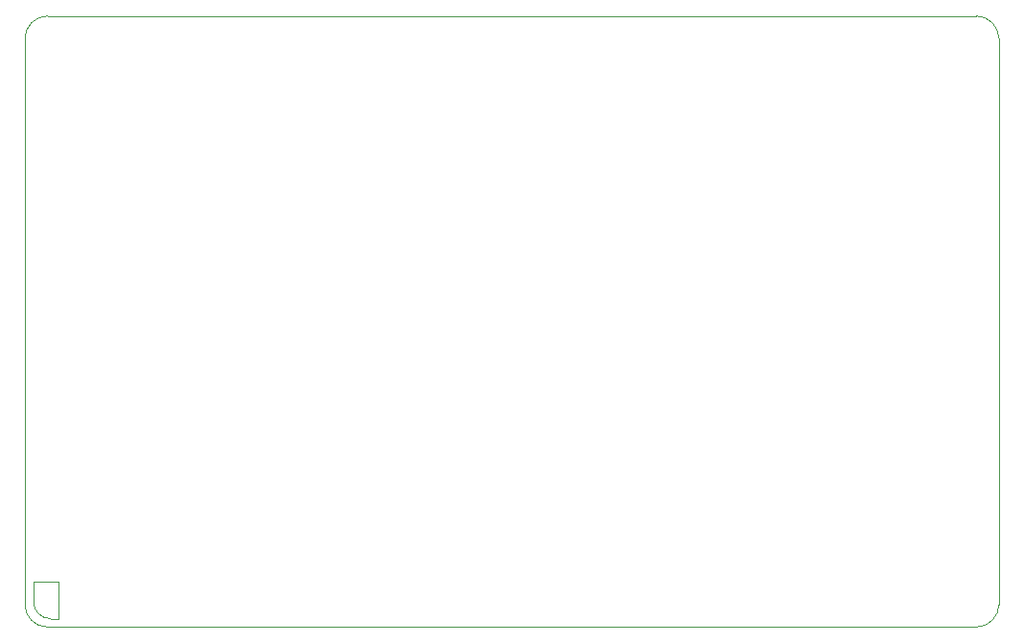
<source format=gm1>
%TF.GenerationSoftware,KiCad,Pcbnew,6.0.9*%
%TF.CreationDate,2022-11-22T21:59:45-08:00*%
%TF.ProjectId,hack_license,6861636b-5f6c-4696-9365-6e73652e6b69,rev?*%
%TF.SameCoordinates,Original*%
%TF.FileFunction,Profile,NP*%
%FSLAX46Y46*%
G04 Gerber Fmt 4.6, Leading zero omitted, Abs format (unit mm)*
G04 Created by KiCad (PCBNEW 6.0.9) date 2022-11-22 21:59:45*
%MOMM*%
%LPD*%
G01*
G04 APERTURE LIST*
%TA.AperFunction,Profile*%
%ADD10C,0.100000*%
%TD*%
G04 APERTURE END LIST*
D10*
X93000000Y-106000000D02*
X93000000Y-56000000D01*
X93750000Y-104000000D02*
X96000000Y-104000000D01*
X96000000Y-107250000D02*
X95250000Y-107250000D01*
X93000000Y-106000000D02*
G75*
G03*
X95000000Y-108000000I2000000J0D01*
G01*
X177000000Y-108000000D02*
X95000000Y-108000000D01*
X95000000Y-54000000D02*
X177000000Y-54000000D01*
X177000000Y-108000000D02*
G75*
G03*
X179000000Y-106000000I0J2000000D01*
G01*
X93750000Y-105750000D02*
X93750000Y-104000000D01*
X96000000Y-104000000D02*
X96000000Y-107250000D01*
X179000000Y-56000000D02*
X179000000Y-106000000D01*
X95000000Y-54000000D02*
G75*
G03*
X93000000Y-56000000I0J-2000000D01*
G01*
X179000000Y-56000000D02*
G75*
G03*
X177000000Y-54000000I-2000000J0D01*
G01*
X93750000Y-105750000D02*
G75*
G03*
X95250000Y-107250000I1500000J0D01*
G01*
M02*

</source>
